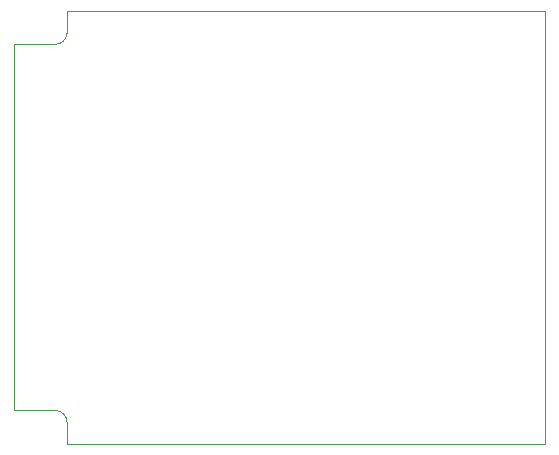
<source format=gm1>
G04 #@! TF.GenerationSoftware,KiCad,Pcbnew,(6.0.7)*
G04 #@! TF.CreationDate,2022-10-27T11:46:26+02:00*
G04 #@! TF.ProjectId,Steuerung,53746575-6572-4756-9e67-2e6b69636164,rev?*
G04 #@! TF.SameCoordinates,Original*
G04 #@! TF.FileFunction,Profile,NP*
%FSLAX46Y46*%
G04 Gerber Fmt 4.6, Leading zero omitted, Abs format (unit mm)*
G04 Created by KiCad (PCBNEW (6.0.7)) date 2022-10-27 11:46:26*
%MOMM*%
%LPD*%
G01*
G04 APERTURE LIST*
G04 #@! TA.AperFunction,Profile*
%ADD10C,0.100000*%
G04 #@! TD*
G04 APERTURE END LIST*
D10*
X152500000Y-108000000D02*
G75*
G03*
X151500000Y-107000000I-1000000J0D01*
G01*
X193000000Y-109800000D02*
X193000000Y-73200000D01*
X148000000Y-107000000D02*
X151500000Y-107000000D01*
X152500000Y-75000000D02*
X152500000Y-73200000D01*
X152500000Y-73200000D02*
X193000000Y-73200000D01*
X151500000Y-76000000D02*
G75*
G03*
X152500000Y-75000000I0J1000000D01*
G01*
X151500000Y-76000000D02*
X148000000Y-76000000D01*
X152500000Y-109800000D02*
X193000000Y-109800000D01*
X152500000Y-108000000D02*
X152500000Y-109800000D01*
X148000000Y-107000000D02*
X148000000Y-76000000D01*
M02*

</source>
